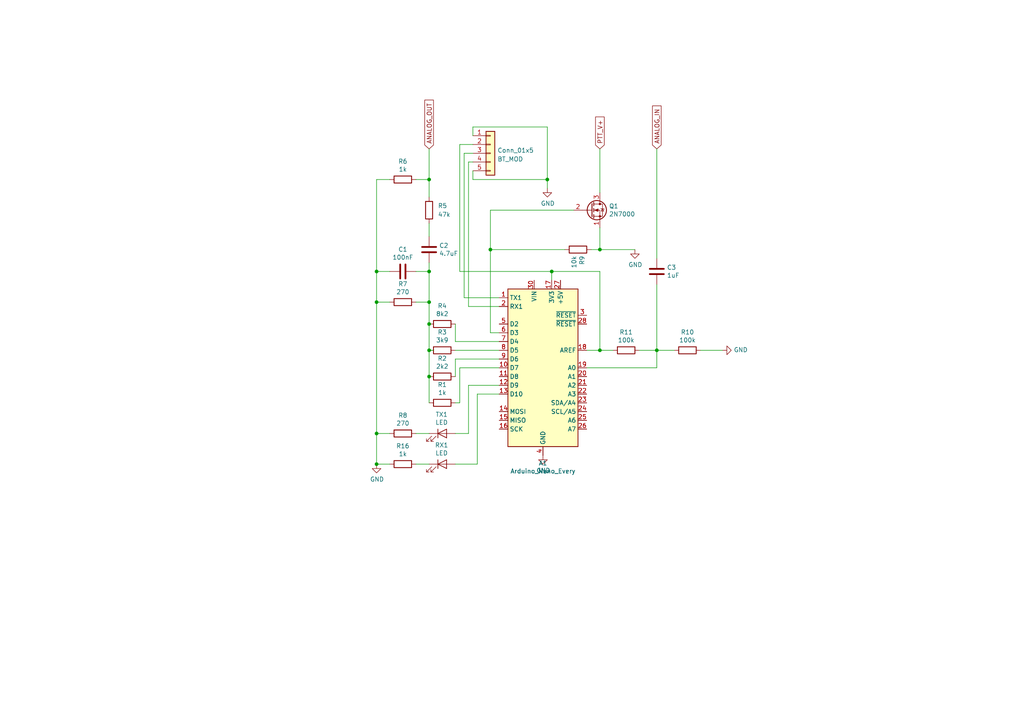
<source format=kicad_sch>
(kicad_sch (version 20211123) (generator eeschema)
  (paper "A4")
  (lib_symbols
    (symbol "Connector_Generic:Conn_01x05" (pin_names (offset 1.016) hide)
      (property "Reference" "J" (at 0 7.62 0))
      (property "Value" "Conn_01x05" (at 0 -7.62 0))
      (symbol "Conn_01x05_1_1"
        (rectangle (start -1.27 -4.953) (end 0 -5.207) (stroke (width 0.1524)))
        (rectangle (start -1.27 -2.413) (end 0 -2.667) (stroke (width 0.1524)))
        (rectangle (start -1.27 0.127) (end 0 -0.127) (stroke (width 0.1524)))
        (rectangle (start -1.27 2.667) (end 0 2.413) (stroke (width 0.1524)))
        (rectangle (start -1.27 5.207) (end 0 4.953) (stroke (width 0.1524)))
        (rectangle (start -1.27 6.35) (end 1.27 -6.35) (stroke (width 0.254)) (fill (type background)))
        (pin passive line (at -5.08 5.08 0) (length 3.81) (name "Pin_1") (number "1"))
        (pin passive line (at -5.08 2.54 0) (length 3.81) (name "Pin_2") (number "2"))
        (pin passive line (at -5.08 0 0) (length 3.81) (name "Pin_3") (number "3"))
        (pin passive line (at -5.08 -2.54 0) (length 3.81) (name "Pin_4") (number "4"))
        (pin passive line (at -5.08 -5.08 0) (length 3.81) (name "Pin_5") (number "5"))
      )
    )
    (symbol "Device:C" (pin_numbers hide) (pin_names (offset 0.254))
      (property "Reference" "C" (at 0.635 2.54 0))
      (property "Value" "C" (at 0.635 -2.54 0))
      (symbol "C_0_1"
        (polyline (pts (xy -2.032 -0.762) (xy 2.032 -0.762)) (stroke (width 0.508)))
        (polyline (pts (xy -2.032 0.762) (xy 2.032 0.762)) (stroke (width 0.508)))
      )
      (symbol "C_1_1"
        (pin passive line (at 0 3.81 270) (length 2.794) (name "~") (number "1"))
        (pin passive line (at 0 -3.81 90) (length 2.794) (name "~") (number "2"))
      )
    )
    (symbol "Device:LED" (pin_numbers hide) (pin_names (offset 1.016) hide)
      (property "Reference" "D" (at 0 2.54 0))
      (property "Value" "LED" (at 0 -2.54 0))
      (symbol "LED_0_1"
        (polyline (pts (xy -1.27 -1.27) (xy -1.27 1.27)) (stroke (width 0.2032)))
        (polyline (pts (xy -1.27 0) (xy 1.27 0)))
        (polyline (pts (xy 1.27 -1.27) (xy 1.27 1.27) (xy -1.27 0) (xy 1.27 -1.27)) (stroke (width 0.2032)))
        (polyline (pts (xy -3.048 -0.762) (xy -4.572 -2.286) (xy -3.81 -2.286) (xy -4.572 -2.286) (xy -4.572 -1.524)))
        (polyline (pts (xy -1.778 -0.762) (xy -3.302 -2.286) (xy -2.54 -2.286) (xy -3.302 -2.286) (xy -3.302 -1.524)))
      )
      (symbol "LED_1_1"
        (pin passive line (at -3.81 0 0) (length 2.54) (name "K") (number "1"))
        (pin passive line (at 3.81 0 180) (length 2.54) (name "A") (number "2"))
      )
    )
    (symbol "Device:R" (pin_numbers hide) (pin_names (offset 0))
      (property "Reference" "R" (at 2.032 0 90))
      (property "Value" "R" (at 0 0 90))
      (symbol "R_0_1"
        (rectangle (start -1.016 -2.54) (end 1.016 2.54) (stroke (width 0.254)))
      )
      (symbol "R_1_1"
        (pin passive line (at 0 3.81 270) (length 1.27) (name "~") (number "1"))
        (pin passive line (at 0 -3.81 90) (length 1.27) (name "~") (number "2"))
      )
    )
    (symbol "MCU_Module:Arduino_Nano_Every"
      (property "Reference" "A" (at -10.16 23.495 0))
      (property "Value" "MCU_Module_Arduino_Nano_Every" (at 5.08 -24.13 0))
      (symbol "Arduino_Nano_Every_0_1"
        (rectangle (start -10.16 22.86) (end 10.16 -22.86) (stroke (width 0.254)) (fill (type background)))
      )
      (symbol "Arduino_Nano_Every_1_1"
        (pin bidirectional line (at -12.7 20.32 0) (length 2.54) (name "TX1") (number "1"))
        (pin bidirectional line (at -12.7 0 0) (length 2.54) (name "D7") (number "10"))
        (pin bidirectional line (at -12.7 -2.54 0) (length 2.54) (name "D8") (number "11"))
        (pin bidirectional line (at -12.7 -5.08 0) (length 2.54) (name "D9") (number "12"))
        (pin bidirectional line (at -12.7 -7.62 0) (length 2.54) (name "D10") (number "13"))
        (pin bidirectional line (at -12.7 -12.7 0) (length 2.54) (name "MOSI") (number "14"))
        (pin bidirectional line (at -12.7 -15.24 0) (length 2.54) (name "MISO") (number "15"))
        (pin bidirectional line (at -12.7 -17.78 0) (length 2.54) (name "SCK") (number "16"))
        (pin power_out line (at 2.54 25.4 270) (length 2.54) (name "3V3") (number "17"))
        (pin input line (at 12.7 5.08 180) (length 2.54) (name "AREF") (number "18"))
        (pin bidirectional line (at 12.7 0 180) (length 2.54) (name "A0") (number "19"))
        (pin bidirectional line (at -12.7 17.78 0) (length 2.54) (name "RX1") (number "2"))
        (pin bidirectional line (at 12.7 -2.54 180) (length 2.54) (name "A1") (number "20"))
        (pin bidirectional line (at 12.7 -5.08 180) (length 2.54) (name "A2") (number "21"))
        (pin bidirectional line (at 12.7 -7.62 180) (length 2.54) (name "A3") (number "22"))
        (pin bidirectional line (at 12.7 -10.16 180) (length 2.54) (name "SDA/A4") (number "23"))
        (pin bidirectional line (at 12.7 -12.7 180) (length 2.54) (name "SCL/A5") (number "24"))
        (pin bidirectional line (at 12.7 -15.24 180) (length 2.54) (name "A6") (number "25"))
        (pin bidirectional line (at 12.7 -17.78 180) (length 2.54) (name "A7") (number "26"))
        (pin power_out line (at 5.08 25.4 270) (length 2.54) (name "+5V") (number "27"))
        (pin input line (at 12.7 12.7 180) (length 2.54) (name "~{RESET}") (number "28"))
        (pin passive line (at 0 -25.4 90) (length 2.54) hide (name "GND") (number "29"))
        (pin input line (at 12.7 15.24 180) (length 2.54) (name "~{RESET}") (number "3"))
        (pin power_in line (at -2.54 25.4 270) (length 2.54) (name "VIN") (number "30"))
        (pin power_in line (at 0 -25.4 90) (length 2.54) (name "GND") (number "4"))
        (pin bidirectional line (at -12.7 12.7 0) (length 2.54) (name "D2") (number "5"))
        (pin bidirectional line (at -12.7 10.16 0) (length 2.54) (name "D3") (number "6"))
        (pin bidirectional line (at -12.7 7.62 0) (length 2.54) (name "D4") (number "7"))
        (pin bidirectional line (at -12.7 5.08 0) (length 2.54) (name "D5") (number "8"))
        (pin bidirectional line (at -12.7 2.54 0) (length 2.54) (name "D6") (number "9"))
      )
    )
    (symbol "Transistor_FET:2N7000" (pin_names hide)
      (property "Reference" "Q" (at 5.08 1.905 0))
      (property "Value" "2N7000" (at 5.08 0 0))
      (symbol "2N7000_0_1"
        (polyline (pts (xy 0.254 0) (xy -2.54 0)))
        (polyline (pts (xy 0.254 1.905) (xy 0.254 -1.905)) (stroke (width 0.254)))
        (polyline (pts (xy 0.762 -1.27) (xy 0.762 -2.286)) (stroke (width 0.254)))
        (polyline (pts (xy 0.762 0.508) (xy 0.762 -0.508)) (stroke (width 0.254)))
        (polyline (pts (xy 0.762 2.286) (xy 0.762 1.27)) (stroke (width 0.254)))
        (polyline (pts (xy 2.54 2.54) (xy 2.54 1.778)))
        (polyline (pts (xy 2.54 -2.54) (xy 2.54 0) (xy 0.762 0)))
        (polyline (pts (xy 0.762 -1.778) (xy 3.302 -1.778) (xy 3.302 1.778) (xy 0.762 1.778)))
        (polyline (pts (xy 1.016 0) (xy 2.032 0.381) (xy 2.032 -0.381) (xy 1.016 0)) (fill (type outline)))
        (polyline (pts (xy 2.794 0.508) (xy 2.921 0.381) (xy 3.683 0.381) (xy 3.81 0.254)))
        (polyline (pts (xy 3.302 0.381) (xy 2.921 -0.254) (xy 3.683 -0.254) (xy 3.302 0.381)))
        (circle (center 1.651 0) (radius 2.794) (stroke (width 0.254)))
        (circle (center 2.54 -1.778) (radius 0.254) (fill (type outline)))
        (circle (center 2.54 1.778) (radius 0.254) (fill (type outline)))
      )
      (symbol "2N7000_1_1"
        (pin passive line (at 2.54 -5.08 90) (length 2.54) (name "S") (number "1"))
        (pin input line (at -5.08 0 0) (length 2.54) (name "G") (number "2"))
        (pin passive line (at 2.54 5.08 270) (length 2.54) (name "D") (number "3"))
      )
    )
    (symbol "power:GND" (power) (pin_names (offset 0))
      (property "Value" "GND" (at 0 -3.81 0))
      (symbol "GND_0_1"
        (polyline (pts (xy 0 0) (xy 0 -1.27) (xy 1.27 -1.27) (xy 0 -2.54) (xy -1.27 -1.27) (xy 0 -1.27)))
      )
      (symbol "GND_1_1"
        (pin power_in line (at 0 0 270) (length 0) hide (name "GND") (number "1"))
      )
    )
  )
  (junction (at 109.22 87.63))
  (junction (at 173.99 101.6))
  (junction (at 124.46 101.6))
  (junction (at 142.24 72.39))
  (junction (at 158.75 52.07))
  (junction (at 124.46 109.22))
  (junction (at 109.22 125.73))
  (junction (at 160.02 78.74))
  (junction (at 190.5 101.6))
  (junction (at 173.99 72.39))
  (junction (at 109.22 78.74))
  (junction (at 124.46 87.63))
  (junction (at 124.46 93.98))
  (junction (at 124.46 78.74))
  (junction (at 124.46 52.07))
  (junction (at 109.22 134.62))
  (wire (pts (xy 124.46 52.07) (xy 120.65 52.07)))
  (wire (pts (xy 173.99 55.88) (xy 173.99 43.18)))
  (wire (pts (xy 132.08 99.06) (xy 132.08 93.98)))
  (wire (pts (xy 135.89 46.99) (xy 137.16 46.99)))
  (wire (pts (xy 177.8 101.6) (xy 173.99 101.6)))
  (wire (pts (xy 190.5 101.6) (xy 190.5 82.55)))
  (wire (pts (xy 209.55 101.6) (xy 203.2 101.6)))
  (wire (pts (xy 135.89 88.9) (xy 135.89 46.99)))
  (wire (pts (xy 163.83 72.39) (xy 142.24 72.39)))
  (wire (pts (xy 120.65 87.63) (xy 124.46 87.63)))
  (wire (pts (xy 113.03 134.62) (xy 109.22 134.62)))
  (wire (pts (xy 190.5 74.93) (xy 190.5 43.18)))
  (wire (pts (xy 109.22 52.07) (xy 113.03 52.07)))
  (wire (pts (xy 109.22 52.07) (xy 109.22 78.74)))
  (wire (pts (xy 144.78 99.06) (xy 132.08 99.06)))
  (wire (pts (xy 124.46 76.2) (xy 124.46 78.74)))
  (wire (pts (xy 190.5 106.68) (xy 190.5 101.6)))
  (wire (pts (xy 144.78 88.9) (xy 135.89 88.9)))
  (wire (pts (xy 137.16 41.91) (xy 133.35 41.91)))
  (wire (pts (xy 160.02 78.74) (xy 173.99 78.74)))
  (wire (pts (xy 124.46 109.22) (xy 124.46 116.84)))
  (wire (pts (xy 142.24 72.39) (xy 142.24 96.52)))
  (wire (pts (xy 109.22 78.74) (xy 109.22 87.63)))
  (wire (pts (xy 134.62 86.36) (xy 144.78 86.36)))
  (wire (pts (xy 144.78 96.52) (xy 142.24 96.52)))
  (wire (pts (xy 173.99 101.6) (xy 173.99 78.74)))
  (wire (pts (xy 137.16 44.45) (xy 134.62 44.45)))
  (wire (pts (xy 124.46 101.6) (xy 124.46 109.22)))
  (wire (pts (xy 124.46 87.63) (xy 124.46 93.98)))
  (wire (pts (xy 132.08 104.14) (xy 132.08 109.22)))
  (wire (pts (xy 132.08 125.73) (xy 135.89 125.73)))
  (wire (pts (xy 109.22 87.63) (xy 109.22 125.73)))
  (wire (pts (xy 120.65 125.73) (xy 124.46 125.73)))
  (wire (pts (xy 109.22 87.63) (xy 113.03 87.63)))
  (wire (pts (xy 160.02 81.28) (xy 160.02 78.74)))
  (wire (pts (xy 138.43 134.62) (xy 138.43 114.3)))
  (wire (pts (xy 158.75 36.83) (xy 158.75 52.07)))
  (wire (pts (xy 137.16 52.07) (xy 158.75 52.07)))
  (wire (pts (xy 124.46 64.77) (xy 124.46 68.58)))
  (wire (pts (xy 133.35 41.91) (xy 133.35 78.74)))
  (wire (pts (xy 109.22 134.62) (xy 109.22 125.73)))
  (wire (pts (xy 144.78 101.6) (xy 132.08 101.6)))
  (wire (pts (xy 137.16 39.37) (xy 137.16 36.83)))
  (wire (pts (xy 137.16 49.53) (xy 137.16 52.07)))
  (wire (pts (xy 171.45 72.39) (xy 173.99 72.39)))
  (wire (pts (xy 190.5 101.6) (xy 185.42 101.6)))
  (wire (pts (xy 195.58 101.6) (xy 190.5 101.6)))
  (wire (pts (xy 173.99 101.6) (xy 170.18 101.6)))
  (wire (pts (xy 124.46 93.98) (xy 124.46 101.6)))
  (wire (pts (xy 173.99 72.39) (xy 173.99 66.04)))
  (wire (pts (xy 173.99 72.39) (xy 184.15 72.39)))
  (wire (pts (xy 158.75 52.07) (xy 158.75 54.61)))
  (wire (pts (xy 113.03 78.74) (xy 109.22 78.74)))
  (wire (pts (xy 144.78 104.14) (xy 132.08 104.14)))
  (wire (pts (xy 137.16 36.83) (xy 158.75 36.83)))
  (wire (pts (xy 132.08 134.62) (xy 138.43 134.62)))
  (wire (pts (xy 170.18 106.68) (xy 190.5 106.68)))
  (wire (pts (xy 133.35 116.84) (xy 132.08 116.84)))
  (wire (pts (xy 134.62 44.45) (xy 134.62 86.36)))
  (wire (pts (xy 124.46 57.15) (xy 124.46 52.07)))
  (wire (pts (xy 124.46 52.07) (xy 124.46 43.18)))
  (wire (pts (xy 124.46 78.74) (xy 124.46 87.63)))
  (wire (pts (xy 124.46 134.62) (xy 120.65 134.62)))
  (wire (pts (xy 113.03 125.73) (xy 109.22 125.73)))
  (wire (pts (xy 142.24 60.96) (xy 166.37 60.96)))
  (wire (pts (xy 120.65 78.74) (xy 124.46 78.74)))
  (wire (pts (xy 135.89 111.76) (xy 144.78 111.76)))
  (wire (pts (xy 125.73 101.6) (xy 124.46 101.6)))
  (wire (pts (xy 133.35 106.68) (xy 133.35 116.84)))
  (wire (pts (xy 133.35 78.74) (xy 160.02 78.74)))
  (wire (pts (xy 138.43 114.3) (xy 144.78 114.3)))
  (wire (pts (xy 144.78 106.68) (xy 133.35 106.68)))
  (wire (pts (xy 142.24 60.96) (xy 142.24 72.39)))
  (wire (pts (xy 135.89 125.73) (xy 135.89 111.76)))
  (global_label "PTT_V+" (shape input) (at 173.99 43.18 90) (property "Intersheet References" "${INTERSHEET_REFS}" (effects hide)))
  (global_label "ANALOG_IN" (shape input) (at 190.5 43.18 90) (property "Intersheet References" "${INTERSHEET_REFS}" (effects hide)))
  (global_label "ANALOG_OUT" (shape input) (at 124.46 43.18 90) (property "Intersheet References" "${INTERSHEET_REFS}" (effects hide)))
  (symbol (lib_id "Device:R") (at 128.27 116.84 270) (unit 1)
    (property "Reference" "R1" (at 128.27 111.5822 90))
    (property "Value" "1k" (at 128.27 113.8936 90))
    (property "Footprint" "Resistor_SMD:R_0805_2012Metric_Pad1.20x1.40mm_HandSolder" (effects hide))
  )
  (symbol (lib_id "Device:R") (at 128.27 109.22 270) (unit 1)
    (property "Reference" "R2" (at 128.27 103.9622 90))
    (property "Value" "2k2" (at 128.27 106.2736 90))
    (property "Footprint" "Resistor_SMD:R_0805_2012Metric_Pad1.20x1.40mm_HandSolder" (effects hide))
  )
  (symbol (lib_id "Device:R") (at 128.27 101.6 270) (unit 1)
    (property "Reference" "R3" (at 128.27 96.3422 90))
    (property "Value" "3k9" (at 128.27 98.6536 90))
    (property "Footprint" "Resistor_SMD:R_0805_2012Metric_Pad1.20x1.40mm_HandSolder" (effects hide))
  )
  (symbol (lib_id "Device:R") (at 128.27 93.98 270) (unit 1)
    (property "Reference" "R4" (at 128.27 88.7222 90))
    (property "Value" "8k2" (at 128.27 91.0336 90))
    (property "Footprint" "Resistor_SMD:R_0805_2012Metric_Pad1.20x1.40mm_HandSolder" (effects hide))
  )
  (symbol (lib_id "MCU_Module:Arduino_Nano_Every") (at 157.48 106.68 0) (unit 1)
    (property "Reference" "A1" (at 157.48 134.3406 0))
    (property "Value" "Arduino_Nano_Every" (at 157.48 136.652 0))
    (property "Footprint" "Module:Arduino_Nano_WithMountingHoles" (effects hide))
    (property "Datasheet" "https://content.arduino.cc/assets/NANOEveryV3.0_sch.pdf" (effects hide))
  )
  (symbol (lib_id "power:GND") (at 109.22 134.62 0) (unit 1)
    (property "Reference" "#PWR0101" (effects hide))
    (property "Value" "GND" (at 109.347 139.0142 0))
  )
  (symbol (lib_id "Device:R") (at 116.84 87.63 90) (unit 1)
    (property "Reference" "R7" (at 116.84 82.3722 90))
    (property "Value" "270" (at 116.84 84.6836 90))
    (property "Footprint" "Resistor_SMD:R_0805_2012Metric_Pad1.20x1.40mm_HandSolder" (effects hide))
  )
  (symbol (lib_id "Device:C") (at 124.46 72.39 0) (unit 1)
    (property "Reference" "C2" (at 127.381 71.2216 0) (effects (justify left)))
    (property "Value" "4.7uF" (at 127.381 73.533 0) (effects (justify left)))
    (property "Footprint" "Capacitor_SMD:C_0805_2012Metric_Pad1.18x1.45mm_HandSolder" (effects hide))
  )
  (symbol (lib_id "Transistor_FET:2N7000") (at 171.45 60.96 0) (unit 1)
    (property "Reference" "Q1" (at 176.6316 59.7916 0) (effects (justify left)))
    (property "Value" "2N7000" (at 176.6316 62.103 0) (effects (justify left)))
    (property "Footprint" "Package_TO_SOT_THT:TO-92_Inline" (effects hide))
    (property "Datasheet" "https://www.onsemi.com/pub/Collateral/NDS7002A-D.PDF" (effects hide))
  )
  (symbol (lib_id "Device:R") (at 116.84 52.07 90) (unit 1)
    (property "Reference" "R6" (at 116.84 46.8122 90))
    (property "Value" "1k" (at 116.84 49.1236 90))
    (property "Footprint" "Resistor_SMD:R_0805_2012Metric_Pad1.20x1.40mm_HandSolder" (effects hide))
  )
  (symbol (lib_id "Device:C") (at 116.84 78.74 270) (unit 1)
    (property "Reference" "C1" (at 116.84 72.3392 90))
    (property "Value" "100nF" (at 116.84 74.6506 90))
    (property "Footprint" "Capacitor_SMD:C_0805_2012Metric_Pad1.18x1.45mm_HandSolder" (effects hide))
  )
  (symbol (lib_id "Device:C") (at 190.5 78.74 180) (unit 1)
    (property "Reference" "C3" (at 193.421 77.5716 0) (effects (justify right)))
    (property "Value" "1uF" (at 193.421 79.883 0) (effects (justify right)))
    (property "Footprint" "Capacitor_SMD:C_0805_2012Metric_Pad1.18x1.45mm_HandSolder" (effects hide))
  )
  (symbol (lib_id "Device:R") (at 199.39 101.6 270) (unit 1)
    (property "Reference" "R10" (at 199.39 96.3422 90))
    (property "Value" "100k" (at 199.39 98.6536 90))
    (property "Footprint" "Resistor_SMD:R_0805_2012Metric_Pad1.20x1.40mm_HandSolder" (effects hide))
  )
  (symbol (lib_id "Device:R") (at 181.61 101.6 270) (unit 1)
    (property "Reference" "R11" (at 181.61 96.3422 90))
    (property "Value" "100k" (at 181.61 98.6536 90))
    (property "Footprint" "Resistor_SMD:R_0805_2012Metric_Pad1.20x1.40mm_HandSolder" (effects hide))
  )
  (symbol (lib_id "power:GND") (at 209.55 101.6 90) (unit 1)
    (property "Reference" "#PWR0102" (effects hide))
    (property "Value" "GND" (at 212.8012 101.473 90) (effects (justify right)))
  )
  (symbol (lib_id "Device:R") (at 167.64 72.39 90) (unit 1)
    (property "Reference" "R9" (at 168.8084 74.168 0) (effects (justify right)))
    (property "Value" "10k" (at 166.497 74.168 0) (effects (justify right)))
    (property "Footprint" "Resistor_SMD:R_0805_2012Metric_Pad1.20x1.40mm_HandSolder" (effects hide))
  )
  (symbol (lib_id "power:GND") (at 184.15 72.39 0) (unit 1)
    (property "Reference" "#PWR0103" (effects hide))
    (property "Value" "GND" (at 184.277 76.7842 0))
  )
  (symbol (lib_id "Device:LED") (at 128.27 125.73 0) (unit 1)
    (property "Reference" "TX1" (at 128.0922 120.2182 0))
    (property "Value" "LED" (at 128.0922 122.5296 0))
    (property "Footprint" "LED_SMD:LED_0805_2012Metric_Pad1.15x1.40mm_HandSolder" (effects hide))
  )
  (symbol (lib_id "Device:LED") (at 128.27 134.62 0) (unit 1)
    (property "Reference" "RX1" (at 128.0922 129.1082 0))
    (property "Value" "LED" (at 128.0922 131.4196 0))
    (property "Footprint" "LED_SMD:LED_0805_2012Metric_Pad1.15x1.40mm_HandSolder" (effects hide))
  )
  (symbol (lib_id "Device:R") (at 116.84 125.73 270) (unit 1)
    (property "Reference" "R8" (at 116.84 120.4722 90))
    (property "Value" "270" (at 116.84 122.7836 90))
    (property "Footprint" "Resistor_SMD:R_0805_2012Metric_Pad1.20x1.40mm_HandSolder" (effects hide))
  )
  (symbol (lib_id "Device:R") (at 116.84 134.62 270) (unit 1)
    (property "Reference" "R16" (at 116.84 129.3622 90))
    (property "Value" "1k" (at 116.84 131.6736 90))
    (property "Footprint" "Resistor_SMD:R_0805_2012Metric_Pad1.20x1.40mm_HandSolder" (effects hide))
  )
  (symbol (lib_id "power:GND") (at 157.48 132.08 0) (unit 1)
    (property "Reference" "#PWR0104" (effects hide))
    (property "Value" "GND" (at 157.607 136.4742 0))
  )
  (symbol (lib_id "Connector_Generic:Conn_01x05") (at 142.24 44.45 0) (unit 1)
    (property "Reference" "Conn_01x5" (at 144.272 43.6153 0) (effects (justify left)))
    (property "Value" "BT_MOD" (at 144.272 46.1522 0) (effects (justify left)))
    (property "Footprint" "Connector_PinSocket_2.54mm:PinSocket_1x05_P2.54mm_Vertical" (effects hide))
  )
  (symbol (lib_id "Device:R") (at 124.46 60.96 0) (unit 1)
    (property "Reference" "R5" (at 127 59.6899 0) (effects (justify left)))
    (property "Value" "47k" (at 127 62.2299 0) (effects (justify left)))
    (property "Footprint" "Resistor_SMD:R_0805_2012Metric_Pad1.20x1.40mm_HandSolder" (effects hide))
  )
  (symbol (lib_id "power:GND") (at 158.75 54.61 0) (unit 1)
    (property "Reference" "#PWR0105" (effects hide))
    (property "Value" "GND" (at 158.877 59.0042 0))
  )
)
</source>
